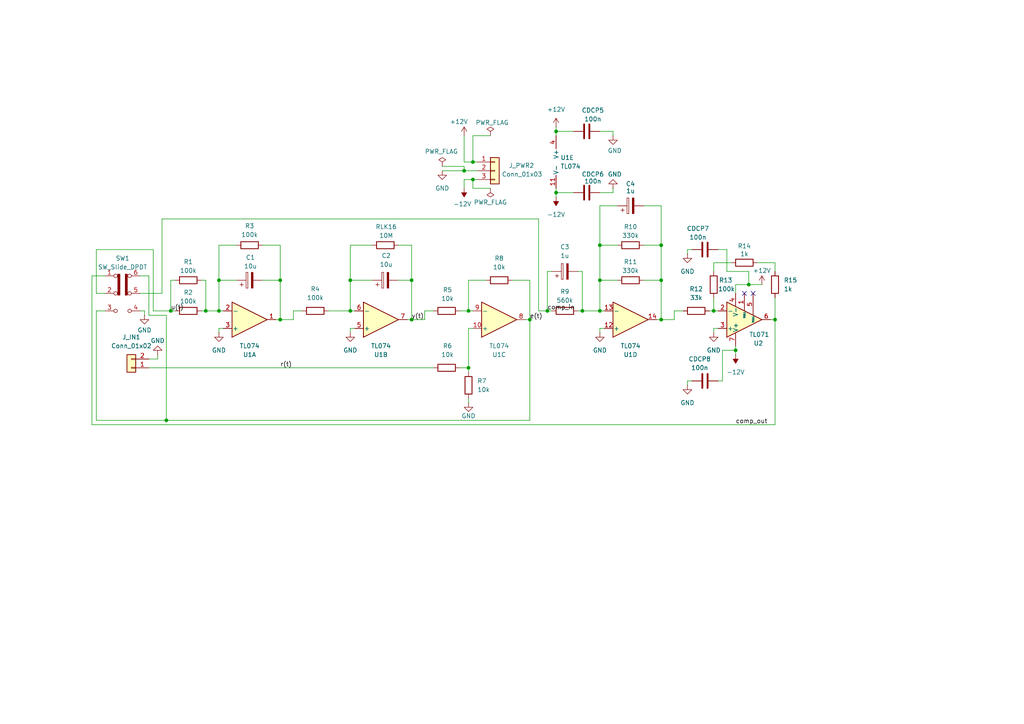
<source format=kicad_sch>
(kicad_sch (version 20250114) (generator "eeschema") (generator_version "9.0")
  (paper "A4")
  (lib_symbols
    (symbol "Amplifier_Operational:TL071" (pin_names (offset 0.127))
      (property "Reference" "U" (at 0 6.35 0))
      (property "Value" "TL071" (at 0 3.81 0))
      (symbol "TL071_0_1"
        (polyline (pts (xy -5.08 5.08) (xy 5.08 0) (xy -5.08 -5.08) (xy -5.08 5.08)) (stroke (width 0.254)) (fill (type background)))
      )
      (symbol "TL071_1_1"
        (pin input line (at -7.62 2.54 0) (length 2.54) (name "+") (number "3"))
        (pin input line (at -7.62 -2.54 0) (length 2.54) (name "-") (number "2"))
        (pin power_in line (at -2.54 7.62 270) (length 3.81) (name "V+") (number "7"))
        (pin power_in line (at -2.54 -7.62 90) (length 3.81) (name "V-") (number "4"))
        (pin no_connect line (at 0 2.54 270) (length 2.54) (hide yes) (name "NC") (number "8"))
        (pin input line (at 0 -7.62 90) (length 5.08) (name "NULL") (number "1"))
        (pin input line (at 2.54 -7.62 90) (length 6.35) (name "NULL") (number "5"))
        (pin output line (at 7.62 0 180) (length 2.54) (name "~") (number "6"))
      )
    )
    (symbol "Amplifier_Operational:TL074" (pin_names (offset 0.127))
      (property "Reference" "U" (at 0 5.08 0))
      (property "Value" "TL074" (at 0 -5.08 0))
      (symbol "TL074_1_1"
        (polyline (pts (xy -5.08 5.08) (xy 5.08 0) (xy -5.08 -5.08) (xy -5.08 5.08)) (stroke (width 0.254)) (fill (type background)))
        (pin input line (at -7.62 2.54 0) (length 2.54) (name "+") (number "3"))
        (pin input line (at -7.62 -2.54 0) (length 2.54) (name "-") (number "2"))
        (pin output line (at 7.62 0 180) (length 2.54) (name "~") (number "1"))
      )
      (symbol "TL074_2_1"
        (polyline (pts (xy -5.08 5.08) (xy 5.08 0) (xy -5.08 -5.08) (xy -5.08 5.08)) (stroke (width 0.254)) (fill (type background)))
        (pin input line (at -7.62 2.54 0) (length 2.54) (name "+") (number "5"))
        (pin input line (at -7.62 -2.54 0) (length 2.54) (name "-") (number "6"))
        (pin output line (at 7.62 0 180) (length 2.54) (name "~") (number "7"))
      )
      (symbol "TL074_3_1"
        (polyline (pts (xy -5.08 5.08) (xy 5.08 0) (xy -5.08 -5.08) (xy -5.08 5.08)) (stroke (width 0.254)) (fill (type background)))
        (pin input line (at -7.62 2.54 0) (length 2.54) (name "+") (number "10"))
        (pin input line (at -7.62 -2.54 0) (length 2.54) (name "-") (number "9"))
        (pin output line (at 7.62 0 180) (length 2.54) (name "~") (number "8"))
      )
      (symbol "TL074_4_1"
        (polyline (pts (xy -5.08 5.08) (xy 5.08 0) (xy -5.08 -5.08) (xy -5.08 5.08)) (stroke (width 0.254)) (fill (type background)))
        (pin input line (at -7.62 2.54 0) (length 2.54) (name "+") (number "12"))
        (pin input line (at -7.62 -2.54 0) (length 2.54) (name "-") (number "13"))
        (pin output line (at 7.62 0 180) (length 2.54) (name "~") (number "14"))
      )
      (symbol "TL074_5_1"
        (pin power_in line (at -2.54 7.62 270) (length 3.81) (name "V+") (number "4"))
        (pin power_in line (at -2.54 -7.62 90) (length 3.81) (name "V-") (number "11"))
      )
    )
    (symbol "Connector_Generic:Conn_01x02" (pin_names (offset 1.016) (hide yes))
      (property "Reference" "J" (at 0 2.54 0))
      (property "Value" "Conn_01x02" (at 0 -5.08 0))
      (symbol "Conn_01x02_1_1"
        (rectangle (start -1.27 1.27) (end 1.27 -3.81) (stroke (width 0.254)) (fill (type background)))
        (rectangle (start -1.27 0.127) (end 0 -0.127) (stroke (width 0.1524)))
        (rectangle (start -1.27 -2.413) (end 0 -2.667) (stroke (width 0.1524)))
        (pin passive line (at -5.08 0 0) (length 3.81) (name "Pin_1") (number "1"))
        (pin passive line (at -5.08 -2.54 0) (length 3.81) (name "Pin_2") (number "2"))
      )
    )
    (symbol "Connector_Generic:Conn_01x03" (pin_names (offset 1.016) (hide yes))
      (property "Reference" "J" (at 0 5.08 0))
      (property "Value" "Conn_01x03" (at 0 -5.08 0))
      (symbol "Conn_01x03_1_1"
        (rectangle (start -1.27 3.81) (end 1.27 -3.81) (stroke (width 0.254)) (fill (type background)))
        (rectangle (start -1.27 2.667) (end 0 2.413) (stroke (width 0.1524)))
        (rectangle (start -1.27 0.127) (end 0 -0.127) (stroke (width 0.1524)))
        (rectangle (start -1.27 -2.413) (end 0 -2.667) (stroke (width 0.1524)))
        (pin passive line (at -5.08 2.54 0) (length 3.81) (name "Pin_1") (number "1"))
        (pin passive line (at -5.08 0 0) (length 3.81) (name "Pin_2") (number "2"))
        (pin passive line (at -5.08 -2.54 0) (length 3.81) (name "Pin_3") (number "3"))
      )
    )
    (symbol "Device:C" (pin_numbers (hide yes)) (pin_names (offset 0.254))
      (property "Reference" "C" (at 0.635 2.54 0))
      (property "Value" "C" (at 0.635 -2.54 0))
      (symbol "C_0_1"
        (polyline (pts (xy -2.032 0.762) (xy 2.032 0.762)) (stroke (width 0.508)))
        (polyline (pts (xy -2.032 -0.762) (xy 2.032 -0.762)) (stroke (width 0.508)))
      )
      (symbol "C_1_1"
        (pin passive line (at 0 3.81 270) (length 2.794) (name "~") (number "1"))
        (pin passive line (at 0 -3.81 90) (length 2.794) (name "~") (number "2"))
      )
    )
    (symbol "Device:C_Polarized" (pin_numbers (hide yes)) (pin_names (offset 0.254))
      (property "Reference" "C" (at 0.635 2.54 0))
      (property "Value" "C_Polarized" (at 0.635 -2.54 0))
      (symbol "C_Polarized_0_1"
        (rectangle (start -2.286 0.508) (end 2.286 1.016))
        (polyline (pts (xy -1.778 2.286) (xy -0.762 2.286)))
        (polyline (pts (xy -1.27 2.794) (xy -1.27 1.778)))
        (rectangle (start 2.286 -0.508) (end -2.286 -1.016) (fill (type outline)))
      )
      (symbol "C_Polarized_1_1"
        (pin passive line (at 0 3.81 270) (length 2.794) (name "~") (number "1"))
        (pin passive line (at 0 -3.81 90) (length 2.794) (name "~") (number "2"))
      )
    )
    (symbol "Device:R" (pin_numbers (hide yes)) (pin_names (offset 0))
      (property "Reference" "R" (at 2.032 0 90))
      (property "Value" "R" (at 0 0 90))
      (symbol "R_0_1"
        (rectangle (start -1.016 -2.54) (end 1.016 2.54) (stroke (width 0.254)))
      )
      (symbol "R_1_1"
        (pin passive line (at 0 3.81 270) (length 1.27) (name "~") (number "1"))
        (pin passive line (at 0 -3.81 90) (length 1.27) (name "~") (number "2"))
      )
    )
    (symbol "Switch:SW_Slide_DPDT" (pin_names (offset 0) (hide yes))
      (property "Reference" "SW" (at 0 6.858 0))
      (property "Value" "SW_Slide_DPDT" (at 0 -8.128 0))
      (symbol "SW_Slide_DPDT_0_0"
        (circle (center -2.032 5.08) (radius 0.508))
        (circle (center -2.032 -5.08) (radius 0.508))
        (circle (center 2.032 0) (radius 0.508))
        (circle (center 2.032 -5.08) (radius 0.508))
      )
      (symbol "SW_Slide_DPDT_0_1"
        (circle (center -2.032 0) (radius 0.508))
        (circle (center 2.032 5.08) (radius 0.508))
      )
      (symbol "SW_Slide_DPDT_1_1"
        (rectangle (start -1.397 5.588) (end -0.762 -0.508) (fill (type outline)))
        (rectangle (start 0.762 5.588) (end 1.397 -0.508) (fill (type outline)))
        (pin passive line (at -5.08 5.08 0) (length 2.54) (name "A") (number "1"))
        (pin passive line (at -5.08 0 0) (length 2.54) (name "B") (number "2"))
        (pin passive line (at -5.08 -5.08 0) (length 2.54) (name "C") (number "3"))
        (pin passive line (at 5.08 5.08 180) (length 2.54) (name "C") (number "6"))
        (pin passive line (at 5.08 0 180) (length 2.54) (name "B") (number "5"))
        (pin passive line (at 5.08 -5.08 180) (length 2.54) (name "A") (number "4"))
      )
    )
    (symbol "power:+12V" (power) (pin_numbers (hide yes)) (pin_names (offset 0) (hide yes))
      (property "Value" "+12V" (at 0 3.556 0))
      (symbol "+12V_0_1"
        (polyline (pts (xy -0.762 1.27) (xy 0 2.54)))
        (polyline (pts (xy 0 2.54) (xy 0.762 1.27)))
        (polyline (pts (xy 0 0) (xy 0 2.54)))
      )
      (symbol "+12V_1_1"
        (pin power_in line (at 0 0 90) (length 0) (name "~") (number "1"))
      )
    )
    (symbol "power:-12V" (power) (pin_numbers (hide yes)) (pin_names (offset 0) (hide yes))
      (property "Value" "-12V" (at 0 3.556 0))
      (symbol "-12V_0_0"
        (pin power_in line (at 0 0 90) (length 0) (name "~") (number "1"))
      )
      (symbol "-12V_0_1"
        (polyline (pts (xy 0 0) (xy 0 1.27) (xy 0.762 1.27) (xy 0 2.54) (xy -0.762 1.27) (xy 0 1.27)) (fill (type outline)))
      )
    )
    (symbol "power:GND" (power) (pin_numbers (hide yes)) (pin_names (offset 0) (hide yes))
      (property "Value" "GND" (at 0 -3.81 0))
      (symbol "GND_0_1"
        (polyline (pts (xy 0 0) (xy 0 -1.27) (xy 1.27 -1.27) (xy 0 -2.54) (xy -1.27 -1.27) (xy 0 -1.27)))
      )
      (symbol "GND_1_1"
        (pin power_in line (at 0 0 270) (length 0) (name "~") (number "1"))
      )
    )
    (symbol "power:PWR_FLAG" (power) (pin_numbers (hide yes)) (pin_names (offset 0) (hide yes))
      (property "Value" "PWR_FLAG" (at 0 3.81 0))
      (symbol "PWR_FLAG_0_0"
        (pin power_out line (at 0 0 90) (length 0) (name "~") (number "1"))
      )
      (symbol "PWR_FLAG_0_1"
        (polyline (pts (xy 0 0) (xy 0 1.27) (xy -1.016 1.905) (xy 0 2.54) (xy 1.016 1.905) (xy 0 1.27)))
      )
    )
  )
  (junction (at 168.91 90.17))
  (junction (at 213.36 101.6))
  (junction (at 101.6 90.17))
  (junction (at 48.26 121.92))
  (junction (at 207.01 90.17))
  (junction (at 119.38 81.28))
  (junction (at 161.29 38.1))
  (junction (at 217.17 82.55))
  (junction (at 81.28 92.71))
  (junction (at 191.77 92.71))
  (junction (at 119.38 92.71))
  (junction (at 137.16 52.07))
  (junction (at 161.29 55.88))
  (junction (at 137.16 46.99))
  (junction (at 224.79 92.71))
  (junction (at 173.99 90.17))
  (junction (at 153.67 92.71))
  (junction (at 173.99 81.28))
  (junction (at 173.99 71.12))
  (junction (at 63.5 81.28))
  (junction (at 101.6 81.28))
  (junction (at 63.5 90.17))
  (junction (at 81.28 81.28))
  (junction (at 158.75 90.17))
  (junction (at 59.69 90.17))
  (junction (at 191.77 71.12))
  (junction (at 134.62 49.53))
  (junction (at 49.53 90.17))
  (junction (at 135.89 106.68))
  (junction (at 191.77 81.28))
  (junction (at 135.89 90.17))
  (no_connect (at 218.44 85.09))
  (no_connect (at 215.9 85.09))
  (wire (pts (xy 156.21 63.5) (xy 156.21 90.17)))
  (wire (pts (xy 207.01 90.17) (xy 208.28 90.17)))
  (wire (pts (xy 173.99 71.12) (xy 173.99 81.28)))
  (wire (pts (xy 123.19 92.71) (xy 123.19 90.17)))
  (wire (pts (xy 217.17 78.74) (xy 217.17 82.55)))
  (wire (pts (xy 128.27 49.53) (xy 134.62 49.53)))
  (wire (pts (xy 49.53 90.17) (xy 50.8 90.17)))
  (wire (pts (xy 118.11 92.71) (xy 119.38 92.71)))
  (wire (pts (xy 85.09 92.71) (xy 81.28 92.71)))
  (wire (pts (xy 191.77 92.71) (xy 195.58 92.71)))
  (wire (pts (xy 115.57 81.28) (xy 119.38 81.28)))
  (wire (pts (xy 76.2 81.28) (xy 81.28 81.28)))
  (wire (pts (xy 137.16 52.07) (xy 138.43 52.07)))
  (wire (pts (xy 134.62 52.07) (xy 137.16 52.07)))
  (wire (pts (xy 219.71 76.2) (xy 224.79 76.2)))
  (wire (pts (xy 205.74 90.17) (xy 207.01 90.17)))
  (wire (pts (xy 208.28 72.39) (xy 210.82 72.39)))
  (wire (pts (xy 30.48 90.17) (xy 27.94 90.17)))
  (wire (pts (xy 68.58 81.28) (xy 63.5 81.28)))
  (wire (pts (xy 43.18 104.14) (xy 45.72 104.14)))
  (wire (pts (xy 140.97 81.28) (xy 135.89 81.28)))
  (wire (pts (xy 128.27 48.26) (xy 134.62 48.26)))
  (wire (pts (xy 27.94 90.17) (xy 27.94 121.92)))
  (wire (pts (xy 207.01 95.25) (xy 208.28 95.25)))
  (wire (pts (xy 195.58 90.17) (xy 198.12 90.17)))
  (wire (pts (xy 119.38 92.71) (xy 123.19 92.71)))
  (wire (pts (xy 59.69 90.17) (xy 63.5 90.17)))
  (wire (pts (xy 41.91 90.17) (xy 40.64 90.17)))
  (wire (pts (xy 213.36 82.55) (xy 217.17 82.55)))
  (wire (pts (xy 173.99 38.1) (xy 177.8 38.1)))
  (wire (pts (xy 161.29 55.88) (xy 161.29 54.61)))
  (wire (pts (xy 195.58 92.71) (xy 195.58 90.17)))
  (wire (pts (xy 173.99 59.69) (xy 173.99 71.12)))
  (wire (pts (xy 49.53 81.28) (xy 49.53 90.17)))
  (wire (pts (xy 58.42 90.17) (xy 59.69 90.17)))
  (wire (pts (xy 207.01 95.25) (xy 207.01 96.52)))
  (wire (pts (xy 134.62 49.53) (xy 138.43 49.53)))
  (wire (pts (xy 223.52 92.71) (xy 224.79 92.71)))
  (wire (pts (xy 85.09 90.17) (xy 85.09 92.71)))
  (wire (pts (xy 207.01 76.2) (xy 212.09 76.2)))
  (wire (pts (xy 107.95 81.28) (xy 101.6 81.28)))
  (wire (pts (xy 115.57 71.12) (xy 119.38 71.12)))
  (wire (pts (xy 68.58 71.12) (xy 63.5 71.12)))
  (wire (pts (xy 26.67 80.01) (xy 30.48 80.01)))
  (wire (pts (xy 173.99 55.88) (xy 177.8 55.88)))
  (wire (pts (xy 76.2 71.12) (xy 81.28 71.12)))
  (wire (pts (xy 48.26 121.92) (xy 153.67 121.92)))
  (wire (pts (xy 168.91 90.17) (xy 173.99 90.17)))
  (wire (pts (xy 199.39 110.49) (xy 200.66 110.49)))
  (wire (pts (xy 179.07 59.69) (xy 173.99 59.69)))
  (wire (pts (xy 161.29 57.15) (xy 161.29 55.88)))
  (wire (pts (xy 123.19 90.17) (xy 125.73 90.17)))
  (wire (pts (xy 177.8 55.88) (xy 177.8 54.61)))
  (wire (pts (xy 134.62 46.99) (xy 137.16 46.99)))
  (wire (pts (xy 160.02 78.74) (xy 158.75 78.74)))
  (wire (pts (xy 81.28 71.12) (xy 81.28 81.28)))
  (wire (pts (xy 173.99 81.28) (xy 173.99 90.17)))
  (wire (pts (xy 153.67 121.92) (xy 153.67 92.71)))
  (wire (pts (xy 44.45 72.39) (xy 44.45 90.17)))
  (wire (pts (xy 46.99 63.5) (xy 156.21 63.5)))
  (wire (pts (xy 27.94 121.92) (xy 48.26 121.92)))
  (wire (pts (xy 107.95 71.12) (xy 101.6 71.12)))
  (wire (pts (xy 191.77 71.12) (xy 191.77 81.28)))
  (wire (pts (xy 186.69 59.69) (xy 191.77 59.69)))
  (wire (pts (xy 133.35 106.68) (xy 135.89 106.68)))
  (wire (pts (xy 152.4 92.71) (xy 153.67 92.71)))
  (wire (pts (xy 134.62 48.26) (xy 134.62 49.53)))
  (wire (pts (xy 101.6 71.12) (xy 101.6 81.28)))
  (wire (pts (xy 148.59 81.28) (xy 153.67 81.28)))
  (wire (pts (xy 224.79 76.2) (xy 224.79 78.74)))
  (wire (pts (xy 63.5 95.25) (xy 63.5 96.52)))
  (wire (pts (xy 134.62 54.61) (xy 134.62 52.07)))
  (wire (pts (xy 40.64 85.09) (xy 46.99 85.09)))
  (wire (pts (xy 179.07 81.28) (xy 173.99 81.28)))
  (wire (pts (xy 209.55 101.6) (xy 213.36 101.6)))
  (wire (pts (xy 43.18 80.01) (xy 43.18 91.44)))
  (wire (pts (xy 44.45 90.17) (xy 49.53 90.17)))
  (wire (pts (xy 64.77 95.25) (xy 63.5 95.25)))
  (wire (pts (xy 46.99 85.09) (xy 46.99 63.5)))
  (wire (pts (xy 137.16 46.99) (xy 138.43 46.99)))
  (wire (pts (xy 209.55 110.49) (xy 209.55 101.6)))
  (wire (pts (xy 207.01 86.36) (xy 207.01 90.17)))
  (wire (pts (xy 135.89 115.57) (xy 135.89 116.84)))
  (wire (pts (xy 27.94 85.09) (xy 27.94 72.39)))
  (wire (pts (xy 43.18 91.44) (xy 48.26 91.44)))
  (wire (pts (xy 173.99 90.17) (xy 175.26 90.17)))
  (wire (pts (xy 213.36 85.09) (xy 213.36 82.55)))
  (wire (pts (xy 43.18 106.68) (xy 125.73 106.68)))
  (wire (pts (xy 207.01 78.74) (xy 207.01 76.2)))
  (wire (pts (xy 173.99 95.25) (xy 173.99 96.52)))
  (wire (pts (xy 134.62 46.99) (xy 134.62 39.37)))
  (wire (pts (xy 41.91 91.44) (xy 41.91 90.17)))
  (wire (pts (xy 137.16 95.25) (xy 135.89 95.25)))
  (wire (pts (xy 167.64 90.17) (xy 168.91 90.17)))
  (wire (pts (xy 224.79 86.36) (xy 224.79 92.71)))
  (wire (pts (xy 95.25 90.17) (xy 101.6 90.17)))
  (wire (pts (xy 190.5 92.71) (xy 191.77 92.71)))
  (wire (pts (xy 137.16 52.07) (xy 137.16 54.61)))
  (wire (pts (xy 101.6 95.25) (xy 101.6 96.52)))
  (wire (pts (xy 161.29 38.1) (xy 166.37 38.1)))
  (wire (pts (xy 119.38 81.28) (xy 119.38 92.71)))
  (wire (pts (xy 208.28 110.49) (xy 209.55 110.49)))
  (wire (pts (xy 45.72 104.14) (xy 45.72 102.87)))
  (wire (pts (xy 48.26 91.44) (xy 48.26 121.92)))
  (wire (pts (xy 58.42 81.28) (xy 59.69 81.28)))
  (wire (pts (xy 27.94 72.39) (xy 44.45 72.39)))
  (wire (pts (xy 191.77 59.69) (xy 191.77 71.12)))
  (wire (pts (xy 63.5 81.28) (xy 63.5 90.17)))
  (wire (pts (xy 199.39 72.39) (xy 200.66 72.39)))
  (wire (pts (xy 161.29 55.88) (xy 166.37 55.88)))
  (wire (pts (xy 63.5 71.12) (xy 63.5 81.28)))
  (wire (pts (xy 142.24 54.61) (xy 137.16 54.61)))
  (wire (pts (xy 199.39 111.76) (xy 199.39 110.49)))
  (wire (pts (xy 167.64 78.74) (xy 168.91 78.74)))
  (wire (pts (xy 153.67 81.28) (xy 153.67 92.71)))
  (wire (pts (xy 142.24 39.37) (xy 137.16 39.37)))
  (wire (pts (xy 30.48 85.09) (xy 27.94 85.09)))
  (wire (pts (xy 40.64 80.01) (xy 43.18 80.01)))
  (wire (pts (xy 179.07 71.12) (xy 173.99 71.12)))
  (wire (pts (xy 63.5 90.17) (xy 64.77 90.17)))
  (wire (pts (xy 161.29 36.83) (xy 161.29 38.1)))
  (wire (pts (xy 191.77 81.28) (xy 191.77 92.71)))
  (wire (pts (xy 101.6 90.17) (xy 102.87 90.17)))
  (wire (pts (xy 102.87 95.25) (xy 101.6 95.25)))
  (wire (pts (xy 161.29 38.1) (xy 161.29 39.37)))
  (wire (pts (xy 158.75 78.74) (xy 158.75 90.17)))
  (wire (pts (xy 59.69 81.28) (xy 59.69 90.17)))
  (wire (pts (xy 186.69 81.28) (xy 191.77 81.28)))
  (wire (pts (xy 26.67 123.19) (xy 224.79 123.19)))
  (wire (pts (xy 177.8 38.1) (xy 177.8 39.37)))
  (wire (pts (xy 199.39 73.66) (xy 199.39 72.39)))
  (wire (pts (xy 210.82 78.74) (xy 217.17 78.74)))
  (wire (pts (xy 135.89 95.25) (xy 135.89 106.68)))
  (wire (pts (xy 210.82 72.39) (xy 210.82 78.74)))
  (wire (pts (xy 135.89 81.28) (xy 135.89 90.17)))
  (wire (pts (xy 137.16 39.37) (xy 137.16 46.99)))
  (wire (pts (xy 135.89 106.68) (xy 135.89 107.95)))
  (wire (pts (xy 26.67 80.01) (xy 26.67 123.19)))
  (wire (pts (xy 186.69 71.12) (xy 191.77 71.12)))
  (wire (pts (xy 101.6 81.28) (xy 101.6 90.17)))
  (wire (pts (xy 135.89 90.17) (xy 137.16 90.17)))
  (wire (pts (xy 81.28 81.28) (xy 81.28 92.71)))
  (wire (pts (xy 50.8 81.28) (xy 49.53 81.28)))
  (wire (pts (xy 160.02 90.17) (xy 158.75 90.17)))
  (wire (pts (xy 119.38 71.12) (xy 119.38 81.28)))
  (wire (pts (xy 156.21 90.17) (xy 158.75 90.17)))
  (wire (pts (xy 175.26 95.25) (xy 173.99 95.25)))
  (wire (pts (xy 80.01 92.71) (xy 81.28 92.71)))
  (wire (pts (xy 224.79 92.71) (xy 224.79 123.19)))
  (wire (pts (xy 213.36 100.33) (xy 213.36 101.6)))
  (wire (pts (xy 217.17 82.55) (xy 220.98 82.55)))
  (wire (pts (xy 133.35 90.17) (xy 135.89 90.17)))
  (wire (pts (xy 87.63 90.17) (xy 85.09 90.17)))
  (wire (pts (xy 168.91 78.74) (xy 168.91 90.17)))
  (wire (pts (xy 213.36 101.6) (xy 213.36 102.87)))
  (label "e(t)" (at 153.67 92.71 0))
  (label "y(t)" (at 119.38 92.71 0))
  (label "comp_out" (at 213.36 123.19 0))
  (label "r(t)" (at 81.28 106.68 0))
  (label "u(t)" (at 49.53 90.17 0))
  (label "comp_in" (at 158.75 90.17 0))
  (symbol (lib_id "Device:R") (at 135.89 111.76 0) (unit 1)
    (property "Reference" "R7" (at 138.43 110.4899 0) (effects (justify left)))
    (property "Value" "10k" (at 138.43 113.0299 0) (effects (justify left)))
    (property "Footprint" "Resistor_THT:R_Axial_DIN0204_L3.6mm_D1.6mm_P5.08mm_Horizontal" (effects (hide yes)))
    (property "Description" "Resistor" (effects (hide yes)))
  )
  (symbol (lib_id "power:PWR_FLAG") (at 142.24 54.61 180) (unit 1)
    (property "Reference" "#FLG03" (effects (hide yes)))
    (property "Value" "PWR_FLAG" (at 142.24 58.674 0))
    (property "Description" "Special symbol for telling ERC where power comes from" (effects (hide yes)))
  )
  (symbol (lib_id "power:GND") (at 45.72 102.87 180) (unit 1)
    (property "Reference" "#PWR06" (effects (hide yes)))
    (property "Value" "GND" (at 45.72 98.806 0))
    (property "Description" "Power symbol creates a global label with name \"GND\" , ground" (effects (hide yes)))
  )
  (symbol (lib_id "Device:R") (at 91.44 90.17 90) (unit 1)
    (property "Reference" "R4" (at 91.44 83.82 90))
    (property "Value" "100k" (at 91.44 86.36 90))
    (property "Footprint" "Resistor_THT:R_Axial_DIN0207_L6.3mm_D2.5mm_P7.62mm_Horizontal" (effects (hide yes)))
    (property "Description" "Resistor" (effects (hide yes)))
  )
  (symbol (lib_id "Amplifier_Operational:TL074") (at 110.49 92.71 0) (mirror x) (unit 2)
    (property "Reference" "U1" (at 110.49 102.87 0))
    (property "Value" "TL074" (at 110.49 100.33 0))
    (property "Footprint" "Package_DIP:DIP-14_W7.62mm" (effects (hide yes)))
    (property "Datasheet" "http://www.ti.com/lit/ds/symlink/tl071.pdf" (effects (hide yes)))
    (property "Description" "Quad Low-Noise JFET-Input Operational Amplifiers, DIP-14/SOIC-14" (effects (hide yes)))
  )
  (symbol (lib_id "power:GND") (at 135.89 116.84 0) (unit 1)
    (property "Reference" "#PWR010" (effects (hide yes)))
    (property "Value" "GND" (at 135.89 120.65 0))
    (property "Description" "Power symbol creates a global label with name \"GND\" , ground" (effects (hide yes)))
  )
  (symbol (lib_id "Device:R") (at 224.79 82.55 180) (unit 1)
    (property "Reference" "R15" (at 227.33 81.2799 0) (effects (justify right)))
    (property "Value" "1k" (at 227.33 83.8199 0) (effects (justify right)))
    (property "Footprint" "Resistor_THT:R_Axial_DIN0204_L3.6mm_D1.6mm_P5.08mm_Horizontal" (effects (hide yes)))
    (property "Description" "Resistor" (effects (hide yes)))
  )
  (symbol (lib_id "Device:C") (at 170.18 38.1 90) (unit 1)
    (property "Reference" "CDCP5" (at 171.958 32.004 90))
    (property "Value" "100n" (at 171.958 34.544 90))
    (property "Footprint" "Capacitor_THT:C_Rect_L4.6mm_W3.8mm_P2.50mm_MKS02_FKP02" (effects (hide yes)))
    (property "Description" "Unpolarized capacitor" (effects (hide yes)))
  )
  (symbol (lib_id "Device:C_Polarized") (at 72.39 81.28 90) (unit 1)
    (property "Reference" "C1" (at 72.644 74.676 90))
    (property "Value" "10u" (at 72.644 77.216 90))
    (property "Footprint" "Capacitor_THT:C_Radial_D5.0mm_H11.0mm_P2.00mm" (effects (hide yes)))
    (property "Description" "Polarized capacitor" (effects (hide yes)))
  )
  (symbol (lib_id "power:GND") (at 177.8 39.37 0) (unit 1)
    (property "Reference" "#PWR016" (effects (hide yes)))
    (property "Value" "GND" (at 178.308 43.688 0))
    (property "Description" "Power symbol creates a global label with name \"GND\" , ground" (effects (hide yes)))
  )
  (symbol (lib_id "Amplifier_Operational:TL074") (at 182.88 92.71 0) (mirror x) (unit 4)
    (property "Reference" "U1" (at 182.88 102.87 0))
    (property "Value" "TL074" (at 182.88 100.33 0))
    (property "Footprint" "Package_DIP:DIP-14_W7.62mm" (effects (hide yes)))
    (property "Datasheet" "http://www.ti.com/lit/ds/symlink/tl071.pdf" (effects (hide yes)))
    (property "Description" "Quad Low-Noise JFET-Input Operational Amplifiers, DIP-14/SOIC-14" (effects (hide yes)))
  )
  (symbol (lib_id "power:-12V") (at 161.29 57.15 180) (unit 1)
    (property "Reference" "#PWR07" (effects (hide yes)))
    (property "Value" "-12V" (at 161.29 62.23 0))
    (property "Description" "Power symbol creates a global label with name \"-12V\"" (effects (hide yes)))
  )
  (symbol (lib_id "Device:R") (at 163.83 90.17 90) (unit 1)
    (property "Reference" "R9" (at 163.83 84.582 90))
    (property "Value" "560k" (at 163.83 87.122 90))
    (property "Footprint" "Resistor_THT:R_Axial_DIN0207_L6.3mm_D2.5mm_P7.62mm_Horizontal" (effects (hide yes)))
    (property "Description" "Resistor" (effects (hide yes)))
  )
  (symbol (lib_id "Device:C_Polarized") (at 182.88 59.69 90) (unit 1)
    (property "Reference" "C4" (at 182.88 53.34 90))
    (property "Value" "1u" (at 182.88 55.372 90))
    (property "Footprint" "Capacitor_THT:C_Radial_D5.0mm_H11.0mm_P2.00mm" (effects (hide yes)))
    (property "Description" "Polarized capacitor" (effects (hide yes)))
  )
  (symbol (lib_id "Amplifier_Operational:TL074") (at 144.78 92.71 0) (mirror x) (unit 3)
    (property "Reference" "U1" (at 144.78 102.87 0))
    (property "Value" "TL074" (at 144.78 100.33 0))
    (property "Footprint" "Package_DIP:DIP-14_W7.62mm" (effects (hide yes)))
    (property "Datasheet" "http://www.ti.com/lit/ds/symlink/tl071.pdf" (effects (hide yes)))
    (property "Description" "Quad Low-Noise JFET-Input Operational Amplifiers, DIP-14/SOIC-14" (effects (hide yes)))
  )
  (symbol (lib_id "Device:R") (at 129.54 106.68 90) (unit 1)
    (property "Reference" "R6" (at 129.794 100.33 90))
    (property "Value" "10k" (at 129.794 102.87 90))
    (property "Footprint" "Resistor_THT:R_Axial_DIN0204_L3.6mm_D1.6mm_P5.08mm_Horizontal" (effects (hide yes)))
    (property "Description" "Resistor" (effects (hide yes)))
  )
  (symbol (lib_id "power:GND") (at 207.01 96.52 0) (unit 1)
    (property "Reference" "#PWR012" (effects (hide yes)))
    (property "Value" "GND" (at 207.01 101.6 0))
    (property "Description" "Power symbol creates a global label with name \"GND\" , ground" (effects (hide yes)))
  )
  (symbol (lib_id "Device:C_Polarized") (at 111.76 81.28 90) (unit 1)
    (property "Reference" "C2" (at 112.014 74.168 90))
    (property "Value" "10u" (at 112.014 76.708 90))
    (property "Footprint" "Capacitor_THT:C_Radial_D5.0mm_H11.0mm_P2.00mm" (effects (hide yes)))
    (property "Description" "Polarized capacitor" (effects (hide yes)))
  )
  (symbol (lib_id "Amplifier_Operational:TL071") (at 215.9 92.71 0) (mirror x) (unit 1)
    (property "Reference" "U2" (at 219.964 99.568 0))
    (property "Value" "TL071" (at 220.218 97.028 0))
    (property "Footprint" "Package_DIP:DIP-8_W7.62mm" (effects (hide yes)))
    (property "Datasheet" "http://www.ti.com/lit/ds/symlink/tl071.pdf" (effects (hide yes)))
    (property "Description" "Single Low-Noise JFET-Input Operational Amplifiers, DIP-8/SOIC-8" (effects (hide yes)))
  )
  (symbol (lib_id "Device:R") (at 201.93 90.17 90) (unit 1)
    (property "Reference" "R12" (at 201.93 83.82 90))
    (property "Value" "33k" (at 201.93 86.36 90))
    (property "Footprint" "Resistor_THT:R_Axial_DIN0207_L6.3mm_D2.5mm_P7.62mm_Horizontal" (effects (hide yes)))
    (property "Description" "Resistor" (effects (hide yes)))
  )
  (symbol (lib_id "power:GND") (at 199.39 73.66 0) (unit 1)
    (property "Reference" "#PWR017" (effects (hide yes)))
    (property "Value" "GND" (at 199.39 78.74 0))
    (property "Description" "Power symbol creates a global label with name \"GND\" , ground" (effects (hide yes)))
  )
  (symbol (lib_id "Device:C_Polarized") (at 163.83 78.74 90) (unit 1)
    (property "Reference" "C3" (at 163.83 71.628 90))
    (property "Value" "1u" (at 163.83 74.168 90))
    (property "Footprint" "Capacitor_THT:C_Radial_D5.0mm_H11.0mm_P2.00mm" (effects (hide yes)))
    (property "Description" "Polarized capacitor" (effects (hide yes)))
  )
  (symbol (lib_id "Device:R") (at 111.76 71.12 90) (unit 1)
    (property "Reference" "RLK16" (at 112.014 65.786 90))
    (property "Value" "10M" (at 112.014 68.326 90))
    (property "Footprint" "Resistor_THT:R_Axial_DIN0309_L9.0mm_D3.2mm_P12.70mm_Horizontal" (effects (hide yes)))
    (property "Description" "Resistor" (effects (hide yes)))
  )
  (symbol (lib_id "power:GND") (at 199.39 111.76 0) (unit 1)
    (property "Reference" "#PWR018" (effects (hide yes)))
    (property "Value" "GND" (at 199.39 116.84 0))
    (property "Description" "Power symbol creates a global label with name \"GND\" , ground" (effects (hide yes)))
  )
  (symbol (lib_id "power:GND") (at 177.8 54.61 180) (unit 1)
    (property "Reference" "#PWR015" (effects (hide yes)))
    (property "Value" "GND" (at 178.308 50.546 0))
    (property "Description" "Power symbol creates a global label with name \"GND\" , ground" (effects (hide yes)))
  )
  (symbol (lib_id "power:PWR_FLAG") (at 128.27 48.26 0) (unit 1)
    (property "Reference" "#FLG02" (effects (hide yes)))
    (property "Value" "PWR_FLAG" (at 128.016 43.942 0))
    (property "Description" "Special symbol for telling ERC where power comes from" (effects (hide yes)))
  )
  (symbol (lib_id "Device:R") (at 54.61 90.17 90) (unit 1)
    (property "Reference" "R2" (at 54.61 84.836 90))
    (property "Value" "100k" (at 54.61 87.376 90))
    (property "Footprint" "Resistor_THT:R_Axial_DIN0207_L6.3mm_D2.5mm_P7.62mm_Horizontal" (effects (hide yes)))
    (property "Description" "Resistor" (effects (hide yes)))
  )
  (symbol (lib_id "Device:R") (at 182.88 71.12 90) (unit 1)
    (property "Reference" "R10" (at 182.88 65.786 90))
    (property "Value" "330k" (at 182.88 68.326 90))
    (property "Footprint" "Resistor_THT:R_Axial_DIN0414_L11.9mm_D4.5mm_P15.24mm_Horizontal" (effects (hide yes)))
    (property "Description" "Resistor" (effects (hide yes)))
  )
  (symbol (lib_id "Switch:SW_Slide_DPDT") (at 35.56 85.09 0) (unit 1)
    (property "Reference" "SW1" (at 35.56 74.93 0))
    (property "Value" "SW_Slide_DPDT" (at 35.56 77.47 0))
    (property "Footprint" "Button_Switch_THT:SW_CK_JS202011AQN_DPDT_Angled" (effects (hide yes)))
    (property "Description" "Slide Switch, dual pole double throw" (effects (hide yes)))
  )
  (symbol (lib_id "Device:R") (at 129.54 90.17 90) (unit 1)
    (property "Reference" "R5" (at 129.794 84.074 90))
    (property "Value" "10k" (at 129.794 86.614 90))
    (property "Footprint" "Resistor_THT:R_Axial_DIN0204_L3.6mm_D1.6mm_P5.08mm_Horizontal" (effects (hide yes)))
    (property "Description" "Resistor" (effects (hide yes)))
  )
  (symbol (lib_id "power:GND") (at 173.99 96.52 0) (unit 1)
    (property "Reference" "#PWR011" (effects (hide yes)))
    (property "Value" "GND" (at 173.99 101.6 0))
    (property "Description" "Power symbol creates a global label with name \"GND\" , ground" (effects (hide yes)))
  )
  (symbol (lib_id "power:+12V") (at 161.29 36.83 0) (unit 1)
    (property "Reference" "#PWR05" (effects (hide yes)))
    (property "Value" "+12V" (at 161.29 31.75 0))
    (property "Description" "Power symbol creates a global label with name \"+12V\"" (effects (hide yes)))
  )
  (symbol (lib_id "power:-12V") (at 213.36 102.87 180) (unit 1)
    (property "Reference" "#PWR02" (effects (hide yes)))
    (property "Value" "-12V" (at 213.36 107.95 0))
    (property "Description" "Power symbol creates a global label with name \"-12V\"" (effects (hide yes)))
  )
  (symbol (lib_id "Device:R") (at 54.61 81.28 90) (unit 1)
    (property "Reference" "R1" (at 54.61 75.946 90))
    (property "Value" "100k" (at 54.61 78.486 90))
    (property "Footprint" "Resistor_THT:R_Axial_DIN0207_L6.3mm_D2.5mm_P7.62mm_Horizontal" (effects (hide yes)))
    (property "Description" "Resistor" (effects (hide yes)))
  )
  (symbol (lib_id "Device:R") (at 144.78 81.28 90) (unit 1)
    (property "Reference" "R8" (at 144.78 74.93 90))
    (property "Value" "10k" (at 144.78 77.47 90))
    (property "Footprint" "Resistor_THT:R_Axial_DIN0204_L3.6mm_D1.6mm_P5.08mm_Horizontal" (effects (hide yes)))
    (property "Description" "Resistor" (effects (hide yes)))
  )
  (symbol (lib_id "Device:R") (at 182.88 81.28 90) (unit 1)
    (property "Reference" "R11" (at 182.88 75.946 90))
    (property "Value" "330k" (at 182.88 78.486 90))
    (property "Footprint" "Resistor_THT:R_Axial_DIN0414_L11.9mm_D4.5mm_P15.24mm_Horizontal" (effects (hide yes)))
    (property "Description" "Resistor" (effects (hide yes)))
  )
  (symbol (lib_id "power:GND") (at 63.5 96.52 0) (unit 1)
    (property "Reference" "#PWR08" (effects (hide yes)))
    (property "Value" "GND" (at 63.5 101.6 0))
    (property "Description" "Power symbol creates a global label with name \"GND\" , ground" (effects (hide yes)))
  )
  (symbol (lib_id "power:PWR_FLAG") (at 142.24 39.37 0) (unit 1)
    (property "Reference" "#FLG01" (effects (hide yes)))
    (property "Value" "PWR_FLAG" (at 142.748 35.56 0))
    (property "Description" "Special symbol for telling ERC where power comes from" (effects (hide yes)))
  )
  (symbol (lib_id "Amplifier_Operational:TL074") (at 163.83 46.99 0) (unit 5)
    (property "Reference" "U1" (at 162.56 45.7199 0) (effects (justify left)))
    (property "Value" "TL074" (at 162.56 48.2599 0) (effects (justify left)))
    (property "Footprint" "Package_DIP:DIP-14_W7.62mm" (effects (hide yes)))
    (property "Datasheet" "http://www.ti.com/lit/ds/symlink/tl071.pdf" (effects (hide yes)))
    (property "Description" "Quad Low-Noise JFET-Input Operational Amplifiers, DIP-14/SOIC-14" (effects (hide yes)))
  )
  (symbol (lib_id "Device:C") (at 170.18 55.88 90) (unit 1)
    (property "Reference" "CDCP6" (at 171.958 50.546 90))
    (property "Value" "100n" (at 171.958 52.578 90))
    (property "Footprint" "Capacitor_THT:C_Rect_L4.6mm_W3.8mm_P2.50mm_MKS02_FKP02" (effects (hide yes)))
    (property "Description" "Unpolarized capacitor" (effects (hide yes)))
  )
  (symbol (lib_id "Device:R") (at 72.39 71.12 90) (unit 1)
    (property "Reference" "R3" (at 72.39 65.532 90))
    (property "Value" "100k" (at 72.39 68.072 90))
    (property "Footprint" "Resistor_THT:R_Axial_DIN0207_L6.3mm_D2.5mm_P7.62mm_Horizontal" (effects (hide yes)))
    (property "Description" "Resistor" (effects (hide yes)))
  )
  (symbol (lib_id "power:GND") (at 128.27 49.53 0) (unit 1)
    (property "Reference" "#PWR014" (effects (hide yes)))
    (property "Value" "GND" (at 128.27 54.61 0))
    (property "Description" "Power symbol creates a global label with name \"GND\" , ground" (effects (hide yes)))
  )
  (symbol (lib_id "power:GND") (at 41.91 91.44 0) (unit 1)
    (property "Reference" "#PWR01" (effects (hide yes)))
    (property "Value" "GND" (at 41.91 95.758 0))
    (property "Description" "Power symbol creates a global label with name \"GND\" , ground" (effects (hide yes)))
  )
  (symbol (lib_id "power:-12V") (at 134.62 54.61 180) (unit 1)
    (property "Reference" "#PWR03" (effects (hide yes)))
    (property "Value" "-12V" (at 134.112 59.182 0))
    (property "Description" "Power symbol creates a global label with name \"-12V\"" (effects (hide yes)))
  )
  (symbol (lib_id "Amplifier_Operational:TL074") (at 72.39 92.71 0) (mirror x) (unit 1)
    (property "Reference" "U1" (at 72.39 102.87 0))
    (property "Value" "TL074" (at 72.39 100.33 0))
    (property "Footprint" "Package_DIP:DIP-14_W7.62mm" (effects (hide yes)))
    (property "Datasheet" "http://www.ti.com/lit/ds/symlink/tl071.pdf" (effects (hide yes)))
    (property "Description" "Quad Low-Noise JFET-Input Operational Amplifiers, DIP-14/SOIC-14" (effects (hide yes)))
  )
  (symbol (lib_id "power:+12V") (at 134.62 39.37 0) (unit 1)
    (property "Reference" "#PWR013" (effects (hide yes)))
    (property "Value" "+12V" (at 133.096 35.306 0))
    (property "Description" "Power symbol creates a global label with name \"+12V\"" (effects (hide yes)))
  )
  (symbol (lib_id "Device:C") (at 204.47 72.39 90) (unit 1)
    (property "Reference" "CDCP7" (at 202.438 66.294 90))
    (property "Value" "100n" (at 202.438 68.834 90))
    (property "Footprint" "Capacitor_THT:C_Rect_L4.6mm_W3.8mm_P2.50mm_MKS02_FKP02" (effects (hide yes)))
    (property "Description" "Unpolarized capacitor" (effects (hide yes)))
  )
  (symbol (lib_id "Device:R") (at 215.9 76.2 90) (unit 1)
    (property "Reference" "R14" (at 215.9 71.374 90))
    (property "Value" "1k" (at 215.9 73.66 90))
    (property "Footprint" "Resistor_THT:R_Axial_DIN0204_L3.6mm_D1.6mm_P5.08mm_Horizontal" (effects (hide yes)))
    (property "Description" "Resistor" (effects (hide yes)))
  )
  (symbol (lib_id "power:GND") (at 101.6 96.52 0) (unit 1)
    (property "Reference" "#PWR09" (effects (hide yes)))
    (property "Value" "GND" (at 101.6 101.6 0))
    (property "Description" "Power symbol creates a global label with name \"GND\" , ground" (effects (hide yes)))
  )
  (symbol (lib_id "Connector_Generic:Conn_01x03") (at 143.51 49.53 0) (unit 1)
    (property "Reference" "J_PWR2" (at 147.574 48.006 0) (effects (justify left)))
    (property "Value" "Conn_01x03" (at 145.542 50.546 0) (effects (justify left)))
    (property "Footprint" "TerminalBlock_Degson:TerminalBlock_Degson_DG250-3.5-03P_1x03_P3.50mm_45Degree" (effects (hide yes)))
    (property "Description" "Generic connector, single row, 01x03, script generated (kicad-library-utils/schlib/autogen/connector/)" (effects (hide yes)))
  )
  (symbol (lib_id "Connector_Generic:Conn_01x02") (at 38.1 106.68 180) (unit 1)
    (property "Reference" "J_IN1" (at 38.1 97.79 0))
    (property "Value" "Conn_01x02" (at 38.1 100.33 0))
    (property "Footprint" "TerminalBlock_Degson:TerminalBlock_Degson_DG250-3.5-02P_1x02_P3.50mm_45Degree" (effects (hide yes)))
    (property "Description" "Generic connector, single row, 01x02, script generated (kicad-library-utils/schlib/autogen/connector/)" (effects (hide yes)))
  )
  (symbol (lib_id "power:+12V") (at 220.98 82.55 0) (unit 1)
    (property "Reference" "#PWR04" (effects (hide yes)))
    (property "Value" "+12V" (at 220.98 78.486 0))
    (property "Description" "Power symbol creates a global label with name \"+12V\"" (effects (hide yes)))
  )
  (symbol (lib_id "Device:R") (at 207.01 82.55 0) (unit 1)
    (property "Reference" "R13" (at 208.534 81.28 0) (effects (justify left)))
    (property "Value" "100k" (at 208.28 83.82 0) (effects (justify left)))
    (property "Footprint" "Resistor_THT:R_Axial_DIN0207_L6.3mm_D2.5mm_P7.62mm_Horizontal" (effects (hide yes)))
    (property "Description" "Resistor" (effects (hide yes)))
  )
  (symbol (lib_id "Device:C") (at 204.47 110.49 90) (unit 1)
    (property "Reference" "CDCP8" (at 202.946 104.14 90))
    (property "Value" "100n" (at 202.946 106.68 90))
    (property "Footprint" "Capacitor_THT:C_Rect_L4.6mm_W3.8mm_P2.50mm_MKS02_FKP02" (effects (hide yes)))
    (property "Description" "Unpolarized capacitor" (effects (hide yes)))
  )
)
</source>
